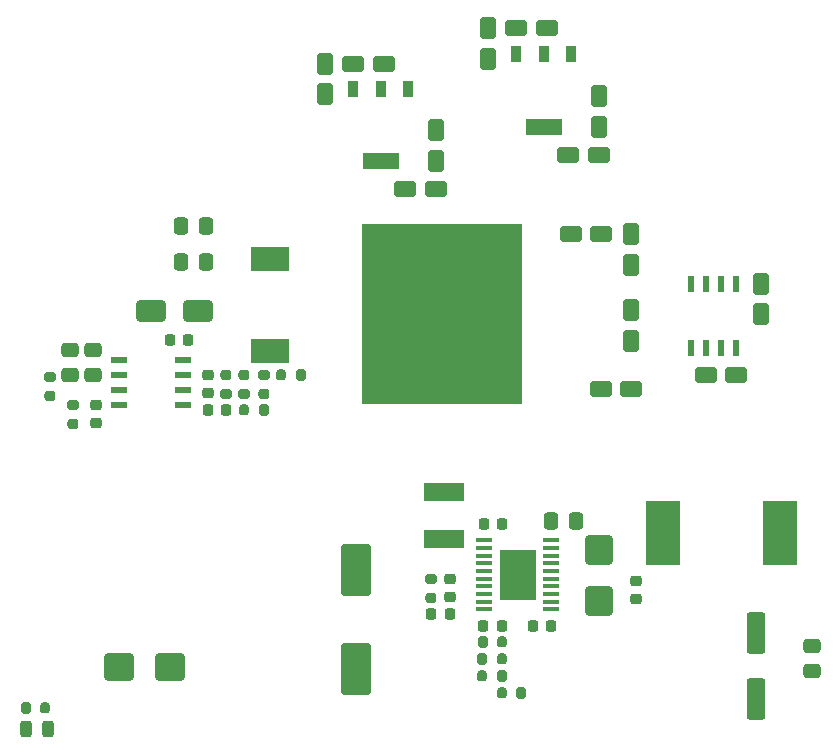
<source format=gbr>
%TF.GenerationSoftware,KiCad,Pcbnew,8.0.4*%
%TF.CreationDate,2024-10-07T11:58:35+07:00*%
%TF.ProjectId,BATTERY_CONVERTER,42415454-4552-4595-9f43-4f4e56455254,rev?*%
%TF.SameCoordinates,Original*%
%TF.FileFunction,Paste,Top*%
%TF.FilePolarity,Positive*%
%FSLAX46Y46*%
G04 Gerber Fmt 4.6, Leading zero omitted, Abs format (unit mm)*
G04 Created by KiCad (PCBNEW 8.0.4) date 2024-10-07 11:58:35*
%MOMM*%
%LPD*%
G01*
G04 APERTURE LIST*
G04 Aperture macros list*
%AMRoundRect*
0 Rectangle with rounded corners*
0 $1 Rounding radius*
0 $2 $3 $4 $5 $6 $7 $8 $9 X,Y pos of 4 corners*
0 Add a 4 corners polygon primitive as box body*
4,1,4,$2,$3,$4,$5,$6,$7,$8,$9,$2,$3,0*
0 Add four circle primitives for the rounded corners*
1,1,$1+$1,$2,$3*
1,1,$1+$1,$4,$5*
1,1,$1+$1,$6,$7*
1,1,$1+$1,$8,$9*
0 Add four rect primitives between the rounded corners*
20,1,$1+$1,$2,$3,$4,$5,0*
20,1,$1+$1,$4,$5,$6,$7,0*
20,1,$1+$1,$6,$7,$8,$9,0*
20,1,$1+$1,$8,$9,$2,$3,0*%
G04 Aperture macros list end*
%ADD10C,0.100000*%
%ADD11RoundRect,0.250000X-0.475000X0.337500X-0.475000X-0.337500X0.475000X-0.337500X0.475000X0.337500X0*%
%ADD12RoundRect,0.250000X-0.337500X-0.475000X0.337500X-0.475000X0.337500X0.475000X-0.337500X0.475000X0*%
%ADD13RoundRect,0.225000X-0.225000X-0.250000X0.225000X-0.250000X0.225000X0.250000X-0.225000X0.250000X0*%
%ADD14RoundRect,0.196000X0.269500X-0.196000X0.269500X0.196000X-0.269500X0.196000X-0.269500X-0.196000X0*%
%ADD15RoundRect,0.200000X0.275000X-0.200000X0.275000X0.200000X-0.275000X0.200000X-0.275000X-0.200000X0*%
%ADD16RoundRect,0.225000X0.250000X-0.225000X0.250000X0.225000X-0.250000X0.225000X-0.250000X-0.225000X0*%
%ADD17R,1.460500X0.533400*%
%ADD18RoundRect,0.250000X-0.550000X1.500000X-0.550000X-1.500000X0.550000X-1.500000X0.550000X1.500000X0*%
%ADD19RoundRect,0.225000X-0.250000X0.225000X-0.250000X-0.225000X0.250000X-0.225000X0.250000X0.225000X0*%
%ADD20RoundRect,0.250000X1.000000X0.650000X-1.000000X0.650000X-1.000000X-0.650000X1.000000X-0.650000X0*%
%ADD21RoundRect,0.224400X0.435600X-0.680600X0.435600X0.680600X-0.435600X0.680600X-0.435600X-0.680600X0*%
%ADD22RoundRect,0.224400X-0.435600X0.680600X-0.435600X-0.680600X0.435600X-0.680600X0.435600X0.680600X0*%
%ADD23RoundRect,0.196000X0.196000X0.269500X-0.196000X0.269500X-0.196000X-0.269500X0.196000X-0.269500X0*%
%ADD24RoundRect,0.200000X0.200000X0.275000X-0.200000X0.275000X-0.200000X-0.275000X0.200000X-0.275000X0*%
%ADD25RoundRect,0.196000X-0.196000X-0.269500X0.196000X-0.269500X0.196000X0.269500X-0.196000X0.269500X0*%
%ADD26RoundRect,0.200000X-0.200000X-0.275000X0.200000X-0.275000X0.200000X0.275000X-0.200000X0.275000X0*%
%ADD27RoundRect,0.225000X0.225000X0.250000X-0.225000X0.250000X-0.225000X-0.250000X0.225000X-0.250000X0*%
%ADD28R,0.900001X1.450000*%
%ADD29R,3.149999X1.450000*%
%ADD30RoundRect,0.250000X-0.900000X1.000000X-0.900000X-1.000000X0.900000X-1.000000X0.900000X1.000000X0*%
%ADD31RoundRect,0.224400X0.680600X0.435600X-0.680600X0.435600X-0.680600X-0.435600X0.680600X-0.435600X0*%
%ADD32R,0.533400X1.460500*%
%ADD33RoundRect,0.196000X-0.269500X0.196000X-0.269500X-0.196000X0.269500X-0.196000X0.269500X0.196000X0*%
%ADD34RoundRect,0.200000X-0.275000X0.200000X-0.275000X-0.200000X0.275000X-0.200000X0.275000X0.200000X0*%
%ADD35RoundRect,0.243750X0.243750X0.456250X-0.243750X0.456250X-0.243750X-0.456250X0.243750X-0.456250X0*%
%ADD36RoundRect,0.250000X0.475000X-0.337500X0.475000X0.337500X-0.475000X0.337500X-0.475000X-0.337500X0*%
%ADD37R,3.200000X2.000000*%
%ADD38RoundRect,0.250000X-1.000000X-0.900000X1.000000X-0.900000X1.000000X0.900000X-1.000000X0.900000X0*%
%ADD39R,2.895600X5.410200*%
%ADD40R,1.422400X0.355600*%
%ADD41R,3.149600X4.343400*%
%ADD42RoundRect,0.224400X-0.680600X-0.435600X0.680600X-0.435600X0.680600X0.435600X-0.680600X0.435600X0*%
%ADD43RoundRect,0.250000X-1.000000X1.950000X-1.000000X-1.950000X1.000000X-1.950000X1.000000X1.950000X0*%
%ADD44R,3.510000X1.570000*%
G04 APERTURE END LIST*
D10*
X85301656Y-75290344D02*
X98814456Y-75290344D01*
X98814456Y-90454144D01*
X85301656Y-90454144D01*
X85301656Y-75290344D01*
G36*
X85301656Y-75290344D02*
G01*
X98814456Y-75290344D01*
X98814456Y-90454144D01*
X85301656Y-90454144D01*
X85301656Y-75290344D01*
G37*
D11*
%TO.C,C12*%
X60587456Y-85966144D03*
X60587456Y-88041144D03*
%TD*%
D12*
%TO.C,C19*%
X70039556Y-78512844D03*
X72114556Y-78512844D03*
%TD*%
D13*
%TO.C,C2*%
X99804456Y-109300944D03*
X101354456Y-109300944D03*
%TD*%
D14*
%TO.C,R7*%
X58922856Y-89878644D03*
D15*
X58922856Y-88228644D03*
%TD*%
D13*
%TO.C,C17*%
X69058056Y-85120144D03*
X70608056Y-85120144D03*
%TD*%
D16*
%TO.C,C6*%
X92756256Y-106857942D03*
X92756256Y-105307942D03*
%TD*%
D17*
%TO.C,U2*%
X64721306Y-86771144D03*
X64721306Y-88041144D03*
X64721306Y-89311144D03*
X64721306Y-90581144D03*
X70169606Y-90581144D03*
X70169606Y-89311144D03*
X70169606Y-88041144D03*
X70169606Y-86771144D03*
%TD*%
D18*
%TO.C,C10*%
X118677256Y-109879144D03*
X118677256Y-115479144D03*
%TD*%
D19*
%TO.C,C15*%
X72271456Y-88041144D03*
X72271456Y-89591144D03*
%TD*%
D20*
%TO.C,D2*%
X67452056Y-82656344D03*
X71452056Y-82656344D03*
%TD*%
D21*
%TO.C,C33*%
X119109956Y-82938594D03*
X119109956Y-80338594D03*
%TD*%
D13*
%TO.C,C7*%
X95664856Y-100639544D03*
X97214856Y-100639544D03*
%TD*%
D14*
%TO.C,R8*%
X60837456Y-92231144D03*
D15*
X60837456Y-90581144D03*
%TD*%
D22*
%TO.C,C31*%
X108150356Y-76114444D03*
X108150356Y-78714444D03*
%TD*%
D21*
%TO.C,C25*%
X91593706Y-69959544D03*
X91593706Y-67359544D03*
%TD*%
D23*
%TO.C,R1*%
X97200656Y-110686144D03*
D24*
X95550656Y-110686144D03*
%TD*%
D25*
%TO.C,R12*%
X75383856Y-91038344D03*
D26*
X77033856Y-91038344D03*
%TD*%
D27*
%TO.C,C14*%
X73821456Y-91038344D03*
X72271456Y-91038344D03*
%TD*%
D16*
%TO.C,C9*%
X108568056Y-107027944D03*
X108568056Y-105477944D03*
%TD*%
D28*
%TO.C,U3*%
X103006256Y-60912344D03*
X100706256Y-60912344D03*
X98406256Y-60912344D03*
D29*
X100706256Y-67062344D03*
%TD*%
D30*
%TO.C,D1*%
X105367656Y-107158344D03*
X105367656Y-102858344D03*
%TD*%
D31*
%TO.C,C27*%
X91593706Y-72355244D03*
X88993706Y-72355244D03*
%TD*%
D32*
%TO.C,U6*%
X113203056Y-85786894D03*
X114473056Y-85786894D03*
X115743056Y-85786894D03*
X117013056Y-85786894D03*
X117013056Y-80338594D03*
X115743056Y-80338594D03*
X114473056Y-80338594D03*
X113203056Y-80338594D03*
%TD*%
D33*
%TO.C,R9*%
X73821456Y-88041144D03*
D34*
X73821456Y-89691144D03*
%TD*%
D31*
%TO.C,C30*%
X105606056Y-76114444D03*
X103006056Y-76114444D03*
%TD*%
D35*
%TO.C,D4*%
X58743156Y-118013144D03*
X56868156Y-118013144D03*
%TD*%
D14*
%TO.C,R11*%
X77033056Y-89691144D03*
D15*
X77033056Y-88041144D03*
%TD*%
D33*
%TO.C,R13*%
X75383856Y-88041144D03*
D34*
X75383856Y-89691144D03*
%TD*%
D36*
%TO.C,C11*%
X123427056Y-113116644D03*
X123427056Y-111041644D03*
%TD*%
D21*
%TO.C,C29*%
X108150356Y-85170944D03*
X108150356Y-82570944D03*
%TD*%
D23*
%TO.C,R14*%
X58518156Y-116248744D03*
D24*
X56868156Y-116248744D03*
%TD*%
D21*
%TO.C,C24*%
X105391956Y-67062344D03*
X105391956Y-64462344D03*
%TD*%
D37*
%TO.C,L2*%
X77503856Y-86037844D03*
X77503856Y-78237844D03*
%TD*%
D38*
%TO.C,D3*%
X69065256Y-112792244D03*
X64765256Y-112792244D03*
%TD*%
D25*
%TO.C,R4*%
X97177056Y-114976944D03*
D26*
X98827056Y-114976944D03*
%TD*%
D39*
%TO.C,L1*%
X110777856Y-101401544D03*
X120683856Y-101401544D03*
%TD*%
D31*
%TO.C,C26*%
X105391956Y-69453935D03*
X102791956Y-69453935D03*
%TD*%
D40*
%TO.C,U1*%
X95664856Y-102057944D03*
X95664856Y-102707945D03*
X95664856Y-103357943D03*
X95664856Y-104007945D03*
X95664856Y-104657943D03*
X95664856Y-105307942D03*
X95664856Y-105957943D03*
X95664856Y-106607942D03*
X95664856Y-107257943D03*
X95664856Y-107907942D03*
X101354456Y-107907944D03*
X101354456Y-107257946D03*
X101354456Y-106607945D03*
X101354456Y-105957946D03*
X101354456Y-105307945D03*
X101354456Y-104657946D03*
X101354456Y-104007945D03*
X101354456Y-103357946D03*
X101354456Y-102707945D03*
X101354456Y-102057946D03*
D41*
X98509656Y-104982944D03*
%TD*%
D25*
%TO.C,R5*%
X95526056Y-113515544D03*
D26*
X97176056Y-113515544D03*
%TD*%
D12*
%TO.C,C8*%
X101354456Y-100389544D03*
X103429456Y-100389544D03*
%TD*%
D42*
%TO.C,C21*%
X84608006Y-61690044D03*
X87208006Y-61690044D03*
%TD*%
D27*
%TO.C,C4*%
X92756256Y-108284944D03*
X91206256Y-108284944D03*
%TD*%
D42*
%TO.C,C32*%
X114424056Y-88029844D03*
X117024056Y-88029844D03*
%TD*%
D23*
%TO.C,R6*%
X97175256Y-112094944D03*
D24*
X95525256Y-112094944D03*
%TD*%
D22*
%TO.C,C23*%
X82214494Y-61690044D03*
X82214494Y-64290044D03*
%TD*%
D43*
%TO.C,C3*%
X84831256Y-104583444D03*
X84831256Y-112983444D03*
%TD*%
D16*
%TO.C,C16*%
X62818656Y-92131144D03*
X62818656Y-90581144D03*
%TD*%
D28*
%TO.C,U4*%
X89208006Y-63809544D03*
X86908006Y-63809544D03*
X84608006Y-63809544D03*
D29*
X86908006Y-69959544D03*
%TD*%
D31*
%TO.C,C28*%
X108150356Y-89246244D03*
X105550356Y-89246244D03*
%TD*%
D44*
%TO.C,C5*%
X92286656Y-97936744D03*
X92286656Y-101970744D03*
%TD*%
D42*
%TO.C,C22*%
X98406256Y-58718244D03*
X101006256Y-58718244D03*
%TD*%
D22*
%TO.C,C20*%
X96012744Y-58718244D03*
X96012744Y-61318244D03*
%TD*%
D14*
%TO.C,R2*%
X91206256Y-106957942D03*
D15*
X91206256Y-105307942D03*
%TD*%
D12*
%TO.C,C18*%
X70039556Y-75417344D03*
X72114556Y-75417344D03*
%TD*%
D27*
%TO.C,C1*%
X97151056Y-109300944D03*
X95601056Y-109300944D03*
%TD*%
D11*
%TO.C,C13*%
X62568656Y-85966144D03*
X62568656Y-88041144D03*
%TD*%
D25*
%TO.C,R10*%
X78508456Y-88041144D03*
D26*
X80158456Y-88041144D03*
%TD*%
M02*

</source>
